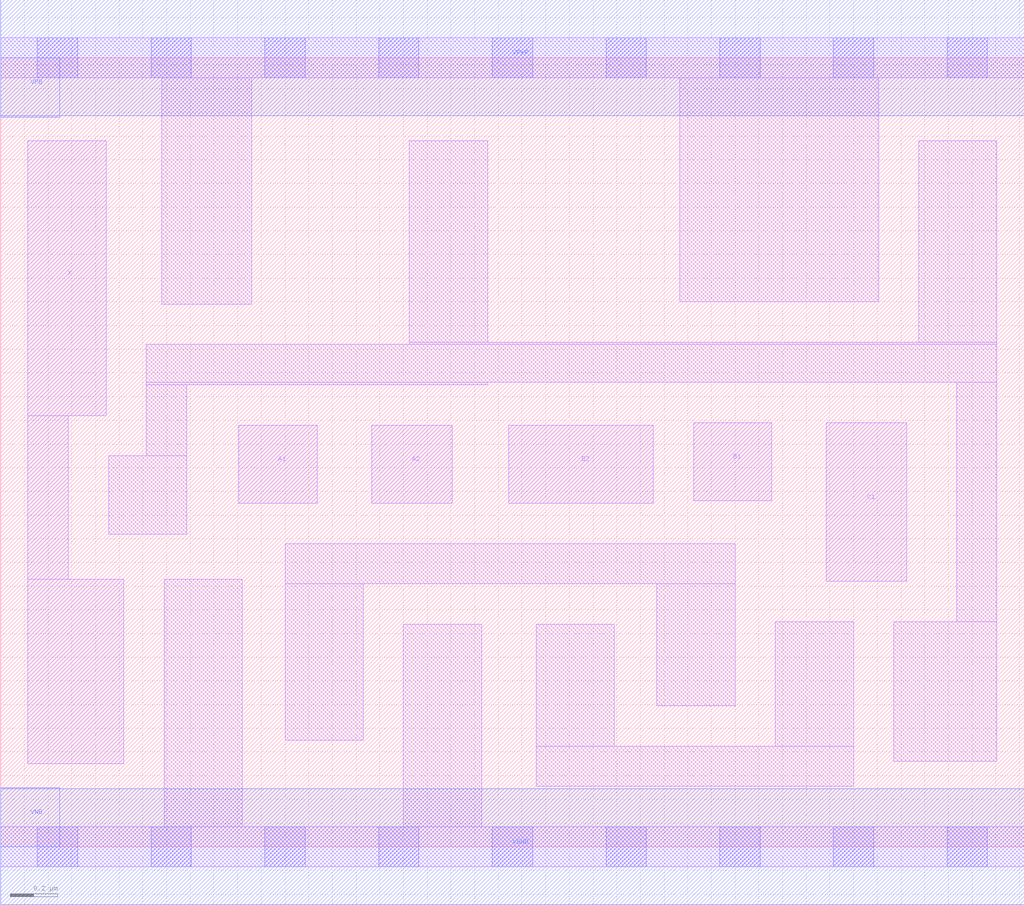
<source format=lef>
# Copyright 2020 The SkyWater PDK Authors
#
# Licensed under the Apache License, Version 2.0 (the "License");
# you may not use this file except in compliance with the License.
# You may obtain a copy of the License at
#
#     https://www.apache.org/licenses/LICENSE-2.0
#
# Unless required by applicable law or agreed to in writing, software
# distributed under the License is distributed on an "AS IS" BASIS,
# WITHOUT WARRANTIES OR CONDITIONS OF ANY KIND, either express or implied.
# See the License for the specific language governing permissions and
# limitations under the License.
#
# SPDX-License-Identifier: Apache-2.0

VERSION 5.5 ;
NAMESCASESENSITIVE ON ;
BUSBITCHARS "[]" ;
DIVIDERCHAR "/" ;
MACRO sky130_fd_sc_ms__o221a_1
  CLASS CORE ;
  SOURCE USER ;
  ORIGIN  0.000000  0.000000 ;
  SIZE  4.320000 BY  3.330000 ;
  SYMMETRY X Y ;
  SITE unit ;
  PIN A1
    ANTENNAGATEAREA  0.246000 ;
    DIRECTION INPUT ;
    USE SIGNAL ;
    PORT
      LAYER li1 ;
        RECT 1.005000 1.450000 1.335000 1.780000 ;
    END
  END A1
  PIN A2
    ANTENNAGATEAREA  0.246000 ;
    DIRECTION INPUT ;
    USE SIGNAL ;
    PORT
      LAYER li1 ;
        RECT 1.565000 1.450000 1.905000 1.780000 ;
    END
  END A2
  PIN B1
    ANTENNAGATEAREA  0.246000 ;
    DIRECTION INPUT ;
    USE SIGNAL ;
    PORT
      LAYER li1 ;
        RECT 2.925000 1.460000 3.255000 1.790000 ;
    END
  END B1
  PIN B2
    ANTENNAGATEAREA  0.246000 ;
    DIRECTION INPUT ;
    USE SIGNAL ;
    PORT
      LAYER li1 ;
        RECT 2.145000 1.450000 2.755000 1.780000 ;
    END
  END B2
  PIN C1
    ANTENNAGATEAREA  0.246000 ;
    DIRECTION INPUT ;
    USE SIGNAL ;
    PORT
      LAYER li1 ;
        RECT 3.485000 1.120000 3.825000 1.790000 ;
    END
  END C1
  PIN X
    ANTENNADIFFAREA  0.541300 ;
    DIRECTION OUTPUT ;
    USE SIGNAL ;
    PORT
      LAYER li1 ;
        RECT 0.115000 0.350000 0.520000 1.130000 ;
        RECT 0.115000 1.130000 0.285000 1.820000 ;
        RECT 0.115000 1.820000 0.445000 2.980000 ;
    END
  END X
  PIN VGND
    DIRECTION INOUT ;
    USE GROUND ;
    PORT
      LAYER met1 ;
        RECT 0.000000 -0.245000 4.320000 0.245000 ;
    END
  END VGND
  PIN VNB
    DIRECTION INOUT ;
    USE GROUND ;
    PORT
    END
  END VNB
  PIN VPB
    DIRECTION INOUT ;
    USE POWER ;
    PORT
    END
  END VPB
  PIN VNB
    DIRECTION INOUT ;
    USE GROUND ;
    PORT
      LAYER met1 ;
        RECT 0.000000 0.000000 0.250000 0.250000 ;
    END
  END VNB
  PIN VPB
    DIRECTION INOUT ;
    USE POWER ;
    PORT
      LAYER met1 ;
        RECT 0.000000 3.080000 0.250000 3.330000 ;
    END
  END VPB
  PIN VPWR
    DIRECTION INOUT ;
    USE POWER ;
    PORT
      LAYER met1 ;
        RECT 0.000000 3.085000 4.320000 3.575000 ;
    END
  END VPWR
  OBS
    LAYER li1 ;
      RECT 0.000000 -0.085000 4.320000 0.085000 ;
      RECT 0.000000  3.245000 4.320000 3.415000 ;
      RECT 0.455000  1.320000 0.785000 1.650000 ;
      RECT 0.615000  1.650000 0.785000 1.950000 ;
      RECT 0.615000  1.950000 2.055000 1.960000 ;
      RECT 0.615000  1.960000 4.205000 2.120000 ;
      RECT 0.680000  2.290000 1.060000 3.245000 ;
      RECT 0.690000  0.085000 1.020000 1.130000 ;
      RECT 1.200000  0.450000 1.530000 1.110000 ;
      RECT 1.200000  1.110000 3.100000 1.280000 ;
      RECT 1.700000  0.085000 2.030000 0.940000 ;
      RECT 1.725000  2.120000 4.205000 2.130000 ;
      RECT 1.725000  2.130000 2.055000 2.980000 ;
      RECT 2.260000  0.255000 3.600000 0.425000 ;
      RECT 2.260000  0.425000 2.590000 0.940000 ;
      RECT 2.770000  0.595000 3.100000 1.110000 ;
      RECT 2.865000  2.300000 3.705000 3.245000 ;
      RECT 3.270000  0.425000 3.600000 0.950000 ;
      RECT 3.770000  0.360000 4.205000 0.950000 ;
      RECT 3.875000  2.130000 4.205000 2.980000 ;
      RECT 4.035000  0.950000 4.205000 1.960000 ;
    LAYER mcon ;
      RECT 0.155000 -0.085000 0.325000 0.085000 ;
      RECT 0.155000  3.245000 0.325000 3.415000 ;
      RECT 0.635000 -0.085000 0.805000 0.085000 ;
      RECT 0.635000  3.245000 0.805000 3.415000 ;
      RECT 1.115000 -0.085000 1.285000 0.085000 ;
      RECT 1.115000  3.245000 1.285000 3.415000 ;
      RECT 1.595000 -0.085000 1.765000 0.085000 ;
      RECT 1.595000  3.245000 1.765000 3.415000 ;
      RECT 2.075000 -0.085000 2.245000 0.085000 ;
      RECT 2.075000  3.245000 2.245000 3.415000 ;
      RECT 2.555000 -0.085000 2.725000 0.085000 ;
      RECT 2.555000  3.245000 2.725000 3.415000 ;
      RECT 3.035000 -0.085000 3.205000 0.085000 ;
      RECT 3.035000  3.245000 3.205000 3.415000 ;
      RECT 3.515000 -0.085000 3.685000 0.085000 ;
      RECT 3.515000  3.245000 3.685000 3.415000 ;
      RECT 3.995000 -0.085000 4.165000 0.085000 ;
      RECT 3.995000  3.245000 4.165000 3.415000 ;
  END
END sky130_fd_sc_ms__o221a_1
END LIBRARY

</source>
